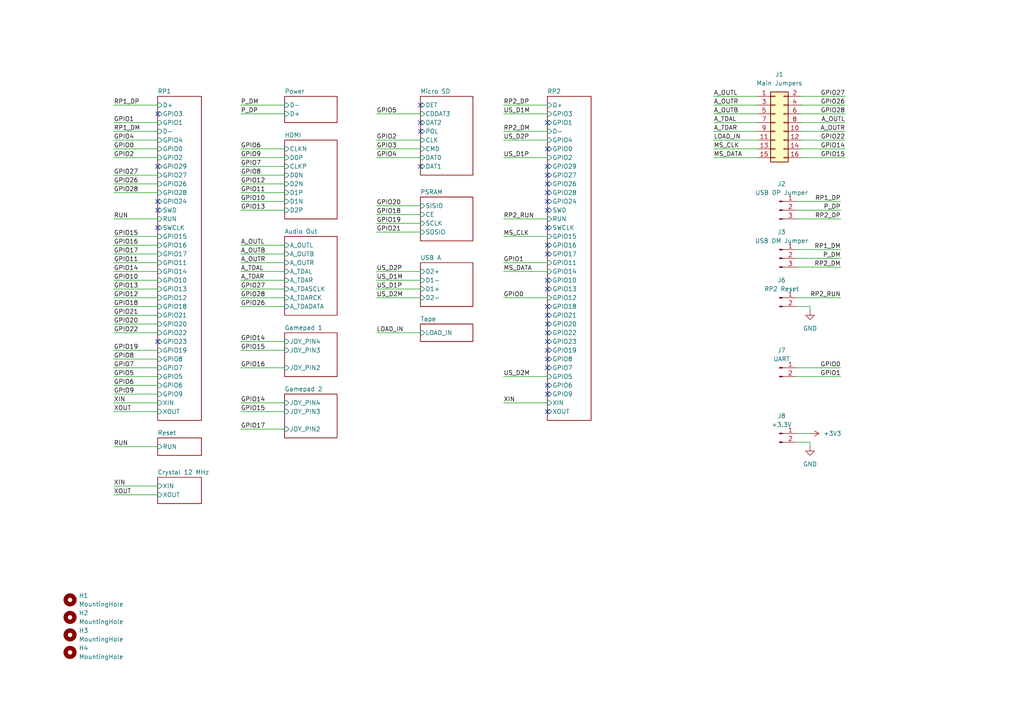
<source format=kicad_sch>
(kicad_sch (version 20250114) (generator "eeschema") (generator_version "9.0")
  (paper "A4")
  (title_block (title "MiniFRANK RM1U") (date "2025-03-04") (rev "1.01") (company "Mikhail Matveev") (comment 1 "https://github.com/xtremespb/frank"))
  (lib_symbols
    (symbol "Connector:Conn_01x02_Pin" (pin_names (offset 1.016) (hide yes))
      (property "Reference" "J" (at 0 2.54 0))
      (property "Value" "Conn_01x02_Pin" (at 0 -5.08 0))
      (symbol "Conn_01x02_Pin_1_1"
        (rectangle (start 0.8636 0.127) (end 0 -0.127) (stroke (width 0.1524)) (fill (type outline)))
        (rectangle (start 0.8636 -2.413) (end 0 -2.667) (stroke (width 0.1524)) (fill (type outline)))
        (polyline (pts (xy 1.27 0) (xy 0.8636 0)) (stroke (width 0.1524)))
        (polyline (pts (xy 1.27 -2.54) (xy 0.8636 -2.54)) (stroke (width 0.1524)))
        (pin passive line (at 5.08 0 180) (length 3.81) (name "Pin_1") (number "1"))
        (pin passive line (at 5.08 -2.54 180) (length 3.81) (name "Pin_2") (number "2"))
      )
    )
    (symbol "Connector:Conn_01x03_Pin" (pin_names (offset 1.016) (hide yes))
      (property "Reference" "J" (at 0 5.08 0))
      (property "Value" "Conn_01x03_Pin" (at 0 -5.08 0))
      (symbol "Conn_01x03_Pin_1_1"
        (rectangle (start 0.8636 2.667) (end 0 2.413) (stroke (width 0.1524)) (fill (type outline)))
        (rectangle (start 0.8636 0.127) (end 0 -0.127) (stroke (width 0.1524)) (fill (type outline)))
        (rectangle (start 0.8636 -2.413) (end 0 -2.667) (stroke (width 0.1524)) (fill (type outline)))
        (polyline (pts (xy 1.27 2.54) (xy 0.8636 2.54)) (stroke (width 0.1524)))
        (polyline (pts (xy 1.27 0) (xy 0.8636 0)) (stroke (width 0.1524)))
        (polyline (pts (xy 1.27 -2.54) (xy 0.8636 -2.54)) (stroke (width 0.1524)))
        (pin passive line (at 5.08 2.54 180) (length 3.81) (name "Pin_1") (number "1"))
        (pin passive line (at 5.08 0 180) (length 3.81) (name "Pin_2") (number "2"))
        (pin passive line (at 5.08 -2.54 180) (length 3.81) (name "Pin_3") (number "3"))
      )
    )
    (symbol "Connector_Generic:Conn_02x08_Odd_Even" (pin_names (offset 1.016) (hide yes))
      (property "Reference" "J" (at 1.27 10.16 0))
      (property "Value" "Conn_02x08_Odd_Even" (at 1.27 -12.7 0))
      (symbol "Conn_02x08_Odd_Even_1_1"
        (rectangle (start -1.27 8.89) (end 3.81 -11.43) (stroke (width 0.254)) (fill (type background)))
        (rectangle (start -1.27 7.747) (end 0 7.493) (stroke (width 0.1524)))
        (rectangle (start -1.27 5.207) (end 0 4.953) (stroke (width 0.1524)))
        (rectangle (start -1.27 2.667) (end 0 2.413) (stroke (width 0.1524)))
        (rectangle (start -1.27 0.127) (end 0 -0.127) (stroke (width 0.1524)))
        (rectangle (start -1.27 -2.413) (end 0 -2.667) (stroke (width 0.1524)))
        (rectangle (start -1.27 -4.953) (end 0 -5.207) (stroke (width 0.1524)))
        (rectangle (start -1.27 -7.493) (end 0 -7.747) (stroke (width 0.1524)))
        (rectangle (start -1.27 -10.033) (end 0 -10.287) (stroke (width 0.1524)))
        (rectangle (start 3.81 7.747) (end 2.54 7.493) (stroke (width 0.1524)))
        (rectangle (start 3.81 5.207) (end 2.54 4.953) (stroke (width 0.1524)))
        (rectangle (start 3.81 2.667) (end 2.54 2.413) (stroke (width 0.1524)))
        (rectangle (start 3.81 0.127) (end 2.54 -0.127) (stroke (width 0.1524)))
        (rectangle (start 3.81 -2.413) (end 2.54 -2.667) (stroke (width 0.1524)))
        (rectangle (start 3.81 -4.953) (end 2.54 -5.207) (stroke (width 0.1524)))
        (rectangle (start 3.81 -7.493) (end 2.54 -7.747) (stroke (width 0.1524)))
        (rectangle (start 3.81 -10.033) (end 2.54 -10.287) (stroke (width 0.1524)))
        (pin passive line (at -5.08 7.62 0) (length 3.81) (name "Pin_1") (number "1"))
        (pin passive line (at -5.08 5.08 0) (length 3.81) (name "Pin_3") (number "3"))
        (pin passive line (at -5.08 2.54 0) (length 3.81) (name "Pin_5") (number "5"))
        (pin passive line (at -5.08 0 0) (length 3.81) (name "Pin_7") (number "7"))
        (pin passive line (at -5.08 -2.54 0) (length 3.81) (name "Pin_9") (number "9"))
        (pin passive line (at -5.08 -5.08 0) (length 3.81) (name "Pin_11") (number "11"))
        (pin passive line (at -5.08 -7.62 0) (length 3.81) (name "Pin_13") (number "13"))
        (pin passive line (at -5.08 -10.16 0) (length 3.81) (name "Pin_15") (number "15"))
        (pin passive line (at 7.62 7.62 180) (length 3.81) (name "Pin_2") (number "2"))
        (pin passive line (at 7.62 5.08 180) (length 3.81) (name "Pin_4") (number "4"))
        (pin passive line (at 7.62 2.54 180) (length 3.81) (name "Pin_6") (number "6"))
        (pin passive line (at 7.62 0 180) (length 3.81) (name "Pin_8") (number "8"))
        (pin passive line (at 7.62 -2.54 180) (length 3.81) (name "Pin_10") (number "10"))
        (pin passive line (at 7.62 -5.08 180) (length 3.81) (name "Pin_12") (number "12"))
        (pin passive line (at 7.62 -7.62 180) (length 3.81) (name "Pin_14") (number "14"))
        (pin passive line (at 7.62 -10.16 180) (length 3.81) (name "Pin_16") (number "16"))
      )
    )
    (symbol "Mechanical:MountingHole" (pin_names (offset 1.016)) (exclude_from_sim yes) (in_bom no)
      (property "Reference" "H" (at 0 5.08 0))
      (property "Value" "MountingHole" (at 0 3.175 0))
      (symbol "MountingHole_0_1"
        (circle (center 0 0) (radius 1.27) (stroke (width 1.27)))
      )
    )
    (symbol "power:+3V3" (power) (pin_numbers (hide yes)) (pin_names (offset 0) (hide yes))
      (property "Value" "+3V3" (at 0 3.556 0))
      (symbol "+3V3_0_1"
        (polyline (pts (xy -0.762 1.27) (xy 0 2.54)))
        (polyline (pts (xy 0 2.54) (xy 0.762 1.27)))
        (polyline (pts (xy 0 0) (xy 0 2.54)))
      )
      (symbol "+3V3_1_1"
        (pin power_in line (at 0 0 90) (length 0) (name "~") (number "1"))
      )
    )
    (symbol "power:GND" (power) (pin_numbers (hide yes)) (pin_names (offset 0) (hide yes))
      (property "Value" "GND" (at 0 -3.81 0))
      (symbol "GND_0_1"
        (polyline (pts (xy 0 0) (xy 0 -1.27) (xy 1.27 -1.27) (xy 0 -2.54) (xy -1.27 -1.27) (xy 0 -1.27)))
      )
      (symbol "GND_1_1"
        (pin power_in line (at 0 0 270) (length 0) (name "~") (number "1"))
      )
    )
  )
  (no_connect (at 158.75 58.42))
  (no_connect (at 158.75 55.88))
  (no_connect (at 158.75 71.12))
  (no_connect (at 45.72 33.02))
  (no_connect (at 158.75 66.04))
  (no_connect (at 158.75 48.26))
  (no_connect (at 158.75 104.14))
  (no_connect (at 158.75 43.18))
  (no_connect (at 158.75 119.38))
  (no_connect (at 158.75 114.3))
  (no_connect (at 158.75 81.28))
  (no_connect (at 121.92 35.56))
  (no_connect (at 121.92 48.26))
  (no_connect (at 158.75 73.66))
  (no_connect (at 45.72 66.04))
  (no_connect (at 158.75 50.8))
  (no_connect (at 45.72 58.42))
  (no_connect (at 121.92 38.1))
  (no_connect (at 121.92 30.48))
  (no_connect (at 158.75 91.44))
  (no_connect (at 158.75 88.9))
  (no_connect (at 158.75 111.76))
  (no_connect (at 45.72 99.06))
  (no_connect (at 158.75 101.6))
  (no_connect (at 158.75 99.06))
  (no_connect (at 158.75 106.68))
  (no_connect (at 158.75 96.52))
  (no_connect (at 158.75 83.82))
  (no_connect (at 45.72 60.96))
  (no_connect (at 158.75 60.96))
  (no_connect (at 158.75 53.34))
  (no_connect (at 158.75 35.56))
  (no_connect (at 158.75 93.98))
  (no_connect (at 45.72 48.26))
  (wire (pts (xy 33.02 111.76) (xy 45.72 111.76)))
  (wire (pts (xy 33.02 106.68) (xy 45.72 106.68)))
  (wire (pts (xy 109.22 86.36) (xy 121.92 86.36)))
  (wire (pts (xy 69.85 116.84) (xy 82.55 116.84)))
  (wire (pts (xy 69.85 71.12) (xy 82.55 71.12)))
  (wire (pts (xy 69.85 55.88) (xy 82.55 55.88)))
  (wire (pts (xy 69.85 86.36) (xy 82.55 86.36)))
  (wire (pts (xy 33.02 109.22) (xy 45.72 109.22)))
  (wire (pts (xy 232.41 30.48) (xy 245.11 30.48)))
  (wire (pts (xy 243.84 58.42) (xy 231.14 58.42)))
  (wire (pts (xy 33.02 143.51) (xy 45.72 143.51)))
  (wire (pts (xy 109.22 40.64) (xy 121.92 40.64)))
  (wire (pts (xy 207.01 30.48) (xy 219.71 30.48)))
  (wire (pts (xy 69.85 73.66) (xy 82.55 73.66)))
  (wire (pts (xy 243.84 60.96) (xy 231.14 60.96)))
  (wire (pts (xy 33.02 114.3) (xy 45.72 114.3)))
  (wire (pts (xy 243.84 72.39) (xy 231.14 72.39)))
  (wire (pts (xy 146.05 109.22) (xy 158.75 109.22)))
  (wire (pts (xy 231.14 128.27) (xy 234.95 128.27)))
  (wire (pts (xy 33.02 71.12) (xy 45.72 71.12)))
  (wire (pts (xy 234.95 88.9) (xy 234.95 90.17)))
  (wire (pts (xy 33.02 96.52) (xy 45.72 96.52)))
  (wire (pts (xy 33.02 93.98) (xy 45.72 93.98)))
  (wire (pts (xy 234.95 125.73) (xy 231.14 125.73)))
  (wire (pts (xy 146.05 63.5) (xy 158.75 63.5)))
  (wire (pts (xy 33.02 140.97) (xy 45.72 140.97)))
  (wire (pts (xy 69.85 99.06) (xy 82.55 99.06)))
  (wire (pts (xy 232.41 40.64) (xy 245.11 40.64)))
  (wire (pts (xy 33.02 86.36) (xy 45.72 86.36)))
  (wire (pts (xy 33.02 40.64) (xy 45.72 40.64)))
  (wire (pts (xy 146.05 40.64) (xy 158.75 40.64)))
  (wire (pts (xy 146.05 116.84) (xy 158.75 116.84)))
  (wire (pts (xy 146.05 33.02) (xy 158.75 33.02)))
  (wire (pts (xy 109.22 96.52) (xy 121.92 96.52)))
  (wire (pts (xy 109.22 62.23) (xy 121.92 62.23)))
  (wire (pts (xy 33.02 116.84) (xy 45.72 116.84)))
  (wire (pts (xy 69.85 101.6) (xy 82.55 101.6)))
  (wire (pts (xy 146.05 68.58) (xy 158.75 68.58)))
  (wire (pts (xy 33.02 55.88) (xy 45.72 55.88)))
  (wire (pts (xy 69.85 33.02) (xy 82.55 33.02)))
  (wire (pts (xy 69.85 50.8) (xy 82.55 50.8)))
  (wire (pts (xy 243.84 86.36) (xy 231.14 86.36)))
  (wire (pts (xy 109.22 59.69) (xy 121.92 59.69)))
  (wire (pts (xy 69.85 119.38) (xy 82.55 119.38)))
  (wire (pts (xy 33.02 50.8) (xy 45.72 50.8)))
  (wire (pts (xy 33.02 91.44) (xy 45.72 91.44)))
  (wire (pts (xy 109.22 67.31) (xy 121.92 67.31)))
  (wire (pts (xy 146.05 86.36) (xy 158.75 86.36)))
  (wire (pts (xy 69.85 30.48) (xy 82.55 30.48)))
  (wire (pts (xy 243.84 63.5) (xy 231.14 63.5)))
  (wire (pts (xy 69.85 45.72) (xy 82.55 45.72)))
  (wire (pts (xy 69.85 43.18) (xy 82.55 43.18)))
  (wire (pts (xy 69.85 106.68) (xy 82.55 106.68)))
  (wire (pts (xy 109.22 43.18) (xy 121.92 43.18)))
  (wire (pts (xy 33.02 53.34) (xy 45.72 53.34)))
  (wire (pts (xy 33.02 104.14) (xy 45.72 104.14)))
  (wire (pts (xy 232.41 45.72) (xy 245.11 45.72)))
  (wire (pts (xy 232.41 43.18) (xy 245.11 43.18)))
  (wire (pts (xy 33.02 68.58) (xy 45.72 68.58)))
  (wire (pts (xy 207.01 43.18) (xy 219.71 43.18)))
  (wire (pts (xy 207.01 35.56) (xy 219.71 35.56)))
  (wire (pts (xy 207.01 38.1) (xy 219.71 38.1)))
  (wire (pts (xy 33.02 30.48) (xy 45.72 30.48)))
  (wire (pts (xy 109.22 78.74) (xy 121.92 78.74)))
  (wire (pts (xy 69.85 81.28) (xy 82.55 81.28)))
  (wire (pts (xy 33.02 76.2) (xy 45.72 76.2)))
  (wire (pts (xy 69.85 58.42) (xy 82.55 58.42)))
  (wire (pts (xy 33.02 81.28) (xy 45.72 81.28)))
  (wire (pts (xy 33.02 38.1) (xy 45.72 38.1)))
  (wire (pts (xy 69.85 83.82) (xy 82.55 83.82)))
  (wire (pts (xy 69.85 124.46) (xy 82.55 124.46)))
  (wire (pts (xy 243.84 109.22) (xy 231.14 109.22)))
  (wire (pts (xy 33.02 119.38) (xy 45.72 119.38)))
  (wire (pts (xy 231.14 88.9) (xy 234.95 88.9)))
  (wire (pts (xy 69.85 48.26) (xy 82.55 48.26)))
  (wire (pts (xy 207.01 40.64) (xy 219.71 40.64)))
  (wire (pts (xy 207.01 27.94) (xy 219.71 27.94)))
  (wire (pts (xy 243.84 77.47) (xy 231.14 77.47)))
  (wire (pts (xy 33.02 88.9) (xy 45.72 88.9)))
  (wire (pts (xy 33.02 45.72) (xy 45.72 45.72)))
  (wire (pts (xy 243.84 74.93) (xy 231.14 74.93)))
  (wire (pts (xy 33.02 35.56) (xy 45.72 35.56)))
  (wire (pts (xy 146.05 78.74) (xy 158.75 78.74)))
  (wire (pts (xy 109.22 83.82) (xy 121.92 83.82)))
  (wire (pts (xy 232.41 27.94) (xy 245.11 27.94)))
  (wire (pts (xy 232.41 33.02) (xy 245.11 33.02)))
  (wire (pts (xy 234.95 128.27) (xy 234.95 129.54)))
  (wire (pts (xy 33.02 83.82) (xy 45.72 83.82)))
  (wire (pts (xy 109.22 45.72) (xy 121.92 45.72)))
  (wire (pts (xy 109.22 81.28) (xy 121.92 81.28)))
  (wire (pts (xy 146.05 76.2) (xy 158.75 76.2)))
  (wire (pts (xy 232.41 35.56) (xy 245.11 35.56)))
  (wire (pts (xy 69.85 88.9) (xy 82.55 88.9)))
  (wire (pts (xy 33.02 78.74) (xy 45.72 78.74)))
  (wire (pts (xy 109.22 64.77) (xy 121.92 64.77)))
  (wire (pts (xy 33.02 129.54) (xy 45.72 129.54)))
  (wire (pts (xy 207.01 33.02) (xy 219.71 33.02)))
  (wire (pts (xy 146.05 38.1) (xy 158.75 38.1)))
  (wire (pts (xy 69.85 76.2) (xy 82.55 76.2)))
  (wire (pts (xy 33.02 73.66) (xy 45.72 73.66)))
  (wire (pts (xy 33.02 63.5) (xy 45.72 63.5)))
  (wire (pts (xy 69.85 78.74) (xy 82.55 78.74)))
  (wire (pts (xy 232.41 38.1) (xy 245.11 38.1)))
  (wire (pts (xy 33.02 101.6) (xy 45.72 101.6)))
  (wire (pts (xy 146.05 45.72) (xy 158.75 45.72)))
  (wire (pts (xy 243.84 106.68) (xy 231.14 106.68)))
  (wire (pts (xy 207.01 45.72) (xy 219.71 45.72)))
  (wire (pts (xy 109.22 33.02) (xy 121.92 33.02)))
  (wire (pts (xy 146.05 30.48) (xy 158.75 30.48)))
  (wire (pts (xy 69.85 53.34) (xy 82.55 53.34)))
  (wire (pts (xy 69.85 60.96) (xy 82.55 60.96)))
  (wire (pts (xy 33.02 43.18) (xy 45.72 43.18)))
  (label "US_D2M" (at 109.22 86.36 0))
  (label "GPIO1" (at 146.05 76.2 0))
  (label "A_OUTB" (at 69.85 73.66 0))
  (label "RP2_DP" (at 243.84 63.5 180))
  (label "GPIO27" (at 33.02 50.8 0))
  (label "GPIO8" (at 33.02 104.14 0))
  (label "P_DP" (at 69.85 33.02 0))
  (label "GPIO7" (at 69.85 48.26 0))
  (label "A_TDAR" (at 207.01 38.1 0))
  (label "GPIO16" (at 69.85 106.68 0))
  (label "RP2_DP" (at 146.05 30.48 0))
  (label "US_D1P" (at 109.22 83.82 0))
  (label "GPIO1" (at 243.84 109.22 180))
  (label "GPIO28" (at 245.11 33.02 180))
  (label "RP1_DP" (at 33.02 30.48 0))
  (label "GPIO20" (at 33.02 93.98 0))
  (label "US_D2P" (at 109.22 78.74 0))
  (label "GPIO26" (at 245.11 30.48 180))
  (label "A_OUTL" (at 207.01 27.94 0))
  (label "RP2_RUN" (at 146.05 63.5 0))
  (label "GPIO10" (at 33.02 81.28 0))
  (label "XIN" (at 33.02 140.97 0))
  (label "US_D1P" (at 146.05 45.72 0))
  (label "GPIO12" (at 69.85 53.34 0))
  (label "GPIO5" (at 33.02 109.22 0))
  (label "GPIO21" (at 109.22 67.31 0))
  (label "GPIO14" (at 69.85 99.06 0))
  (label "US_D2M" (at 146.05 109.22 0))
  (label "RP2_RUN" (at 243.84 86.36 180))
  (label "RP2_DM" (at 243.84 77.47 180))
  (label "XIN" (at 33.02 116.84 0))
  (label "A_TDAL" (at 207.01 35.56 0))
  (label "GPIO6" (at 33.02 111.76 0))
  (label "GPIO5" (at 109.22 33.02 0))
  (label "GPIO14" (at 33.02 78.74 0))
  (label "GPIO19" (at 109.22 64.77 0))
  (label "GPIO9" (at 33.02 114.3 0))
  (label "A_TDAR" (at 69.85 81.28 0))
  (label "A_OUTR" (at 245.11 38.1 180))
  (label "GPIO12" (at 33.02 86.36 0))
  (label "MS_DATA" (at 146.05 78.74 0))
  (label "GPIO18" (at 33.02 88.9 0))
  (label "US_D1M" (at 146.05 33.02 0))
  (label "GPIO14" (at 245.11 43.18 180))
  (label "GPIO17" (at 69.85 124.46 0))
  (label "GPIO7" (at 33.02 106.68 0))
  (label "GPIO27" (at 69.85 83.82 0))
  (label "US_D2P" (at 146.05 40.64 0))
  (label "GPIO15" (at 245.11 45.72 180))
  (label "GPIO13" (at 69.85 60.96 0))
  (label "RUN" (at 33.02 63.5 0))
  (label "P_DP" (at 243.84 60.96 180))
  (label "RP1_DM" (at 243.84 72.39 180))
  (label "GPIO6" (at 69.85 43.18 0))
  (label "GPIO11" (at 33.02 76.2 0))
  (label "GPIO28" (at 69.85 86.36 0))
  (label "GPIO1" (at 33.02 35.56 0))
  (label "GPIO19" (at 33.02 101.6 0))
  (label "RP2_DM" (at 146.05 38.1 0))
  (label "GPIO26" (at 33.02 53.34 0))
  (label "MS_CLK" (at 146.05 68.58 0))
  (label "A_OUTR" (at 69.85 76.2 0))
  (label "GPIO8" (at 69.85 50.8 0))
  (label "GPIO2" (at 109.22 40.64 0))
  (label "GPIO11" (at 69.85 55.88 0))
  (label "MS_DATA" (at 207.01 45.72 0))
  (label "GPIO17" (at 33.02 73.66 0))
  (label "GPIO15" (at 69.85 101.6 0))
  (label "XOUT" (at 33.02 119.38 0))
  (label "GPIO26" (at 69.85 88.9 0))
  (label "RUN" (at 33.02 129.54 0))
  (label "GPIO4" (at 109.22 45.72 0))
  (label "GPIO22" (at 245.11 40.64 180))
  (label "P_DM" (at 243.84 74.93 180))
  (label "GPIO0" (at 243.84 106.68 180))
  (label "GPIO16" (at 33.02 71.12 0))
  (label "GPIO15" (at 33.02 68.58 0))
  (label "GPIO13" (at 33.02 83.82 0))
  (label "A_OUTL" (at 69.85 71.12 0))
  (label "A_TDAL" (at 69.85 78.74 0))
  (label "MS_CLK" (at 207.01 43.18 0))
  (label "GPIO27" (at 245.11 27.94 180))
  (label "A_OUTL" (at 245.11 35.56 180))
  (label "P_DM" (at 69.85 30.48 0))
  (label "GPIO21" (at 33.02 91.44 0))
  (label "RP1_DP" (at 243.84 58.42 180))
  (label "GPIO18" (at 109.22 62.23 0))
  (label "GPIO9" (at 69.85 45.72 0))
  (label "GPIO0" (at 146.05 86.36 0))
  (label "GPIO4" (at 33.02 40.64 0))
  (label "US_D1M" (at 109.22 81.28 0))
  (label "A_OUTB" (at 207.01 33.02 0))
  (label "XIN" (at 146.05 116.84 0))
  (label "GPIO28" (at 33.02 55.88 0))
  (label "LOAD_IN" (at 207.01 40.64 0))
  (label "GPIO3" (at 109.22 43.18 0))
  (label "GPIO10" (at 69.85 58.42 0))
  (label "GPIO15" (at 69.85 119.38 0))
  (label "GPIO0" (at 33.02 43.18 0))
  (label "RP1_DM" (at 33.02 38.1 0))
  (label "GPIO22" (at 33.02 96.52 0))
  (label "A_OUTR" (at 207.01 30.48 0))
  (label "XOUT" (at 33.02 143.51 0))
  (label "GPIO20" (at 109.22 59.69 0))
  (label "LOAD_IN" (at 109.22 96.52 0))
  (label "GPIO2" (at 33.02 45.72 0))
  (label "GPIO14" (at 69.85 116.84 0))
  (symbol (lib_id "Connector:Conn_01x02_Pin") (at 226.06 125.73 0) (unit 1)
    (property "Reference" "J8" (at 226.695 120.65 0))
    (property "Value" "+3.3V" (at 226.695 123.19 0))
    (property "Footprint" "FRANK:Pin Header (1x02)" (effects (hide yes)))
    (property "Description" "Generic connector, single row, 01x02, script generated" (effects (hide yes)))
    (property "AliExpress" "https://www.aliexpress.com/item/1005007039504981.html" (effects (hide yes)))
  )
  (symbol (lib_id "power:GND") (at 234.95 129.54 0) (unit 1)
    (property "Reference" "#PWR077" (effects (hide yes)))
    (property "Value" "GND" (at 234.95 134.62 0))
    (property "Description" "Power symbol creates a global label with name \"GND\" , ground" (effects (hide yes)))
  )
  (symbol (lib_id "power:+3V3") (at 234.95 125.73 270) (unit 1)
    (property "Reference" "#PWR078" (effects (hide yes)))
    (property "Value" "+3V3" (at 238.76 125.7299 90) (effects (justify left)))
    (property "Description" "Power symbol creates a global label with name \"+3V3\"" (effects (hide yes)))
  )
  (symbol (lib_id "Connector:Conn_01x02_Pin") (at 226.06 106.68 0) (unit 1)
    (property "Reference" "J7" (at 226.695 101.6 0))
    (property "Value" "UART" (at 226.695 104.14 0))
    (property "Footprint" "FRANK:Pin Header (1x02)" (effects (hide yes)))
    (property "Description" "Generic connector, single row, 01x02, script generated" (effects (hide yes)))
    (property "AliExpress" "https://www.aliexpress.com/item/1005007039504981.html" (effects (hide yes)))
  )
  (symbol (lib_id "Connector_Generic:Conn_02x08_Odd_Even") (at 224.79 35.56 0) (unit 1)
    (property "Reference" "J1" (at 226.06 21.59 0))
    (property "Value" "Main Jumpers" (at 226.06 24.13 0))
    (property "Footprint" "FRANK:Pin Header (2x08)" (effects (hide yes)))
    (property "Description" "Generic connector, double row, 02x08, odd/even pin numbering scheme (row 1 odd numbers, row 2 even numbers), script generated (kicad-library-utils/schlib/autogen/connector/)" (effects (hide yes)))
    (property "AliExpress" "https://www.aliexpress.com/item/1005007039504981.html" (effects (hide yes)))
  )
  (symbol (lib_id "Connector:Conn_01x03_Pin") (at 226.06 74.93 0) (unit 1)
    (property "Reference" "J3" (at 226.695 67.31 0))
    (property "Value" "USB DM Jumper" (at 226.695 69.85 0))
    (property "Footprint" "FRANK:Pin Header (1x03)" (effects (hide yes)))
    (property "Description" "Generic connector, single row, 01x03, script generated" (effects (hide yes)))
    (property "AliExpress" "https://www.aliexpress.com/item/1005007039504981.html" (effects (hide yes)))
  )
  (symbol (lib_id "Mechanical:MountingHole") (at 20.32 184.15 0) (unit 1) (exclude_from_sim yes) (in_bom no)
    (property "Reference" "H3" (at 22.86 182.8799 0) (effects (justify left)))
    (property "Value" "MountingHole" (at 22.86 185.4199 0) (effects (justify left)))
    (property "Footprint" "MountingHole:MountingHole_2.7mm" (effects (hide yes)))
    (property "Description" "Mounting Hole without connection" (effects (hide yes)))
  )
  (symbol (lib_id "Mechanical:MountingHole") (at 20.32 179.07 0) (unit 1) (exclude_from_sim yes) (in_bom no)
    (property "Reference" "H2" (at 22.86 177.7999 0) (effects (justify left)))
    (property "Value" "MountingHole" (at 22.86 180.3399 0) (effects (justify left)))
    (property "Footprint" "MountingHole:MountingHole_2.7mm" (effects (hide yes)))
    (property "Description" "Mounting Hole without connection" (effects (hide yes)))
  )
  (symbol (lib_id "Mechanical:MountingHole") (at 20.32 189.23 0) (unit 1) (exclude_from_sim yes) (in_bom no)
    (property "Reference" "H4" (at 22.86 187.9599 0) (effects (justify left)))
    (property "Value" "MountingHole" (at 22.86 190.4999 0) (effects (justify left)))
    (property "Footprint" "MountingHole:MountingHole_2.7mm" (effects (hide yes)))
    (property "Description" "Mounting Hole without connection" (effects (hide yes)))
  )
  (symbol (lib_id "Connector:Conn_01x03_Pin") (at 226.06 60.96 0) (unit 1)
    (property "Reference" "J2" (at 226.695 53.34 0))
    (property "Value" "USB DP Jumper" (at 226.695 55.88 0))
    (property "Footprint" "FRANK:Pin Header (1x03)" (effects (hide yes)))
    (property "Description" "Generic connector, single row, 01x03, script generated" (effects (hide yes)))
    (property "AliExpress" "https://www.aliexpress.com/item/1005007039504981.html" (effects (hide yes)))
  )
  (symbol (lib_id "Mechanical:MountingHole") (at 20.32 173.99 0) (unit 1) (exclude_from_sim yes) (in_bom no)
    (property "Reference" "H1" (at 22.86 172.7199 0) (effects (justify left)))
    (property "Value" "MountingHole" (at 22.86 175.2599 0) (effects (justify left)))
    (property "Footprint" "MountingHole:MountingHole_2.7mm" (effects (hide yes)))
    (property "Description" "Mounting Hole without connection" (effects (hide yes)))
  )
  (symbol (lib_id "Connector:Conn_01x02_Pin") (at 226.06 86.36 0) (unit 1)
    (property "Reference" "J6" (at 226.695 81.28 0))
    (property "Value" "RP2 Reset" (at 226.695 83.82 0))
    (property "Footprint" "FRANK:Pin Header (1x02)" (effects (hide yes)))
    (property "Description" "Generic connector, single row, 01x02, script generated" (effects (hide yes)))
  )
  (symbol (lib_id "power:GND") (at 234.95 90.17 0) (unit 1)
    (property "Reference" "#PWR075" (effects (hide yes)))
    (property "Value" "GND" (at 234.95 95.25 0))
    (property "Description" "Power symbol creates a global label with name \"GND\" , ground" (effects (hide yes)))
  )
  (sheet (at 121.92 93.98) (size 15.24 5.08) (stroke (width 0.1524))
    (property "Sheetname" "Tape" (at 121.92 93.2684 0) (effects (justify left bottom)))
    (property "Sheetfile" "tape.kicad_sch" (effects (hide yes)))
    (pin "LOAD_IN" input (at 121.92 96.52 180))
  )
  (sheet (at 158.75 27.94) (size 12.7 93.98) (stroke (width 0.1524))
    (property "Sheetname" "RP2" (at 158.75 27.2284 0) (effects (justify left bottom)))
    (property "Sheetfile" "rp2040.kicad_sch" (effects (hide yes)))
    (pin "D+" input (at 158.75 30.48 180))
    (pin "GPIO3" input (at 158.75 33.02 180))
    (pin "GPIO1" input (at 158.75 35.56 180))
    (pin "D-" input (at 158.75 38.1 180))
    (pin "GPIO4" input (at 158.75 40.64 180))
    (pin "GPIO0" input (at 158.75 43.18 180))
    (pin "GPIO2" input (at 158.75 45.72 180))
    (pin "GPIO29" input (at 158.75 48.26 180))
    (pin "GPIO27" input (at 158.75 50.8 180))
    (pin "GPIO26" input (at 158.75 53.34 180))
    (pin "GPIO28" input (at 158.75 55.88 180))
    (pin "GPIO24" input (at 158.75 58.42 180))
    (pin "SWD" input (at 158.75 60.96 180))
    (pin "RUN" input (at 158.75 63.5 180))
    (pin "SWCLK" input (at 158.75 66.04 180))
    (pin "GPIO15" input (at 158.75 68.58 180))
    (pin "GPIO16" input (at 158.75 71.12 180))
    (pin "GPIO17" input (at 158.75 73.66 180))
    (pin "GPIO11" input (at 158.75 76.2 180))
    (pin "GPIO14" input (at 158.75 78.74 180))
    (pin "GPIO10" input (at 158.75 81.28 180))
    (pin "GPIO13" input (at 158.75 83.82 180))
    (pin "GPIO12" input (at 158.75 86.36 180))
    (pin "GPIO18" input (at 158.75 88.9 180))
    (pin "GPIO21" input (at 158.75 91.44 180))
    (pin "GPIO20" input (at 158.75 93.98 180))
    (pin "GPIO22" input (at 158.75 96.52 180))
    (pin "GPIO23" input (at 158.75 99.06 180))
    (pin "GPIO19" input (at 158.75 101.6 180))
    (pin "GPIO8" input (at 158.75 104.14 180))
    (pin "GPIO7" input (at 158.75 106.68 180))
    (pin "GPIO5" input (at 158.75 109.22 180))
    (pin "GPIO6" input (at 158.75 111.76 180))
    (pin "GPIO9" input (at 158.75 114.3 180))
    (pin "XIN" input (at 158.75 116.84 180))
    (pin "XOUT" input (at 158.75 119.38 180))
  )
  (sheet (at 45.72 127) (size 12.7 5.08) (stroke (width 0.1524))
    (property "Sheetname" "Reset" (at 45.72 126.2884 0) (effects (justify left bottom)))
    (property "Sheetfile" "reset.kicad_sch" (effects (hide yes)))
    (pin "RUN" input (at 45.72 129.54 180))
  )
  (sheet (at 45.72 138.43) (size 12.7 7.62) (stroke (width 0.1524))
    (property "Sheetname" "Crystal 12 MHz" (at 45.72 137.7184 0) (effects (justify left bottom)))
    (property "Sheetfile" "crystal_12mhz.kicad_sch" (effects (hide yes)))
    (pin "XIN" input (at 45.72 140.97 180))
    (pin "XOUT" input (at 45.72 143.51 180))
  )
  (sheet (at 82.55 27.94) (size 15.24 7.62) (stroke (width 0.1524))
    (property "Sheetname" "Power" (at 82.55 27.2284 0) (effects (justify left bottom)))
    (property "Sheetfile" "power.kicad_sch" (effects (hide yes)))
    (pin "D-" input (at 82.55 30.48 180))
    (pin "D+" input (at 82.55 33.02 180))
  )
  (sheet (at 45.72 27.94) (size 12.7 93.98) (stroke (width 0.1524))
    (property "Sheetname" "RP1" (at 45.72 27.2284 0) (effects (justify left bottom)))
    (property "Sheetfile" "rp2040.kicad_sch" (effects (hide yes)))
    (pin "D+" input (at 45.72 30.48 180))
    (pin "GPIO3" input (at 45.72 33.02 180))
    (pin "GPIO1" input (at 45.72 35.56 180))
    (pin "D-" input (at 45.72 38.1 180))
    (pin "GPIO4" input (at 45.72 40.64 180))
    (pin "GPIO0" input (at 45.72 43.18 180))
    (pin "GPIO2" input (at 45.72 45.72 180))
    (pin "GPIO29" input (at 45.72 48.26 180))
    (pin "GPIO27" input (at 45.72 50.8 180))
    (pin "GPIO26" input (at 45.72 53.34 180))
    (pin "GPIO28" input (at 45.72 55.88 180))
    (pin "GPIO24" input (at 45.72 58.42 180))
    (pin "SWD" input (at 45.72 60.96 180))
    (pin "RUN" input (at 45.72 63.5 180))
    (pin "SWCLK" input (at 45.72 66.04 180))
    (pin "GPIO15" input (at 45.72 68.58 180))
    (pin "GPIO16" input (at 45.72 71.12 180))
    (pin "GPIO17" input (at 45.72 73.66 180))
    (pin "GPIO11" input (at 45.72 76.2 180))
    (pin "GPIO14" input (at 45.72 78.74 180))
    (pin "GPIO10" input (at 45.72 81.28 180))
    (pin "GPIO13" input (at 45.72 83.82 180))
    (pin "GPIO12" input (at 45.72 86.36 180))
    (pin "GPIO18" input (at 45.72 88.9 180))
    (pin "GPIO21" input (at 45.72 91.44 180))
    (pin "GPIO20" input (at 45.72 93.98 180))
    (pin "GPIO22" input (at 45.72 96.52 180))
    (pin "GPIO23" input (at 45.72 99.06 180))
    (pin "GPIO19" input (at 45.72 101.6 180))
    (pin "GPIO8" input (at 45.72 104.14 180))
    (pin "GPIO7" input (at 45.72 106.68 180))
    (pin "GPIO5" input (at 45.72 109.22 180))
    (pin "GPIO6" input (at 45.72 111.76 180))
    (pin "GPIO9" input (at 45.72 114.3 180))
    (pin "XIN" input (at 45.72 116.84 180))
    (pin "XOUT" input (at 45.72 119.38 180))
  )
  (sheet (at 82.55 68.58) (size 15.24 22.86) (stroke (width 0.1524))
    (property "Sheetname" "Audio Out" (at 82.55 67.8684 0) (effects (justify left bottom)))
    (property "Sheetfile" "audio_out_m1.kicad_sch" (effects (hide yes)))
    (pin "A_OUTL" input (at 82.55 71.12 180))
    (pin "A_OUTB" input (at 82.55 73.66 180))
    (pin "A_OUTR" input (at 82.55 76.2 180))
    (pin "A_TDAL" input (at 82.55 78.74 180))
    (pin "A_TDAR" input (at 82.55 81.28 180))
    (pin "A_TDASCLK" input (at 82.55 83.82 180))
    (pin "A_TDARCK" input (at 82.55 86.36 180))
    (pin "A_TDADATA" input (at 82.55 88.9 180))
  )
  (sheet (at 121.92 57.15) (size 15.24 12.7) (stroke (width 0.1524))
    (property "Sheetname" "PSRAM" (at 121.92 56.4384 0) (effects (justify left bottom)))
    (property "Sheetfile" "psram.kicad_sch" (effects (hide yes)))
    (pin "SISIO" input (at 121.92 59.69 180))
    (pin "CE" input (at 121.92 62.23 180))
    (pin "SCLK" input (at 121.92 64.77 180))
    (pin "SOSIO" input (at 121.92 67.31 180))
  )
  (sheet (at 121.92 76.2) (size 15.24 12.7) (stroke (width 0.1524))
    (property "Sheetname" "USB A" (at 121.92 75.4884 0) (effects (justify left bottom)))
    (property "Sheetfile" "usbstack.kicad_sch" (effects (hide yes)))
    (pin "D2+" input (at 121.92 78.74 180))
    (pin "D1-" input (at 121.92 81.28 180))
    (pin "D1+" input (at 121.92 83.82 180))
    (pin "D2-" input (at 121.92 86.36 180))
  )
  (sheet (at 121.92 27.94) (size 15.24 22.86) (stroke (width 0.1524))
    (property "Sheetname" "Micro SD" (at 121.92 27.2284 0) (effects (justify left bottom)))
    (property "Sheetfile" "sd.kicad_sch" (effects (hide yes)))
    (pin "DET" input (at 121.92 30.48 180))
    (pin "CDDAT3" input (at 121.92 33.02 180))
    (pin "DAT2" input (at 121.92 35.56 180))
    (pin "POL" input (at 121.92 38.1 180))
    (pin "CLK" input (at 121.92 40.64 180))
    (pin "CMD" input (at 121.92 43.18 180))
    (pin "DAT0" input (at 121.92 45.72 180))
    (pin "DAT1" input (at 121.92 48.26 180))
  )
  (sheet (at 82.55 96.52) (size 15.24 12.7) (stroke (width 0.1524))
    (property "Sheetname" "Gamepad 1" (at 82.55 95.8084 0) (effects (justify left bottom)))
    (property "Sheetfile" "gamepad.kicad_sch" (effects (hide yes)))
    (pin "JOY_PIN4" input (at 82.55 99.06 180))
    (pin "JOY_PIN3" input (at 82.55 101.6 180))
    (pin "JOY_PIN2" input (at 82.55 106.68 180))
  )
  (sheet (at 82.55 40.64) (size 15.24 22.86) (stroke (width 0.1524))
    (property "Sheetname" "HDMI" (at 82.55 39.9284 0) (effects (justify left bottom)))
    (property "Sheetfile" "hdmi.kicad_sch" (effects (hide yes)))
    (pin "CLKN" input (at 82.55 43.18 180))
    (pin "D0P" input (at 82.55 45.72 180))
    (pin "CLKP" input (at 82.55 48.26 180))
    (pin "D0N" input (at 82.55 50.8 180))
    (pin "D2N" input (at 82.55 53.34 180))
    (pin "D1P" input (at 82.55 55.88 180))
    (pin "D1N" input (at 82.55 58.42 180))
    (pin "D2P" input (at 82.55 60.96 180))
  )
  (sheet (at 82.55 114.3) (size 15.24 12.7) (stroke (width 0.1524))
    (property "Sheetname" "Gamepad 2" (at 82.55 113.5884 0) (effects (justify left bottom)))
    (property "Sheetfile" "gamepad.kicad_sch" (effects (hide yes)))
    (pin "JOY_PIN4" input (at 82.55 116.84 180))
    (pin "JOY_PIN3" input (at 82.55 119.38 180))
    (pin "JOY_PIN2" input (at 82.55 124.46 180))
  )
)
</source>
